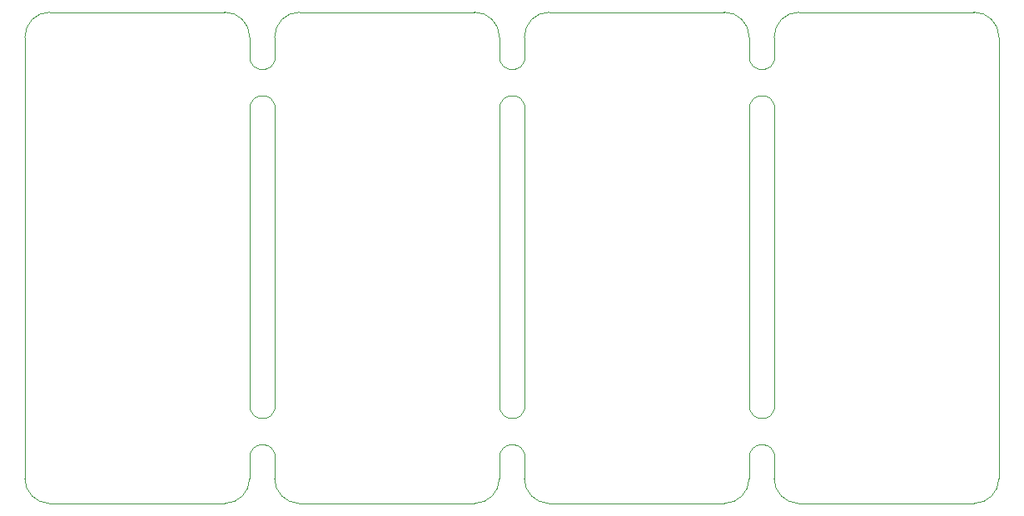
<source format=gbr>
G04 #@! TF.GenerationSoftware,KiCad,Pcbnew,(5.1.2)-1*
G04 #@! TF.CreationDate,2019-07-17T12:10:41+10:00*
G04 #@! TF.ProjectId,output.panel,6f757470-7574-42e7-9061-6e656c2e6b69,0*
G04 #@! TF.SameCoordinates,Original*
G04 #@! TF.FileFunction,Profile,NP*
%FSLAX46Y46*%
G04 Gerber Fmt 4.6, Leading zero omitted, Abs format (unit mm)*
G04 Created by KiCad (PCBNEW (5.1.2)-1) date 2019-07-17 12:10:41*
%MOMM*%
%LPD*%
G04 APERTURE LIST*
%ADD10C,0.100000*%
%ADD11C,0.050000*%
G04 APERTURE END LIST*
D10*
X198555000Y-76405000D02*
X198555000Y-121312200D01*
X99495000Y-121312200D02*
X99495000Y-76405000D01*
X173155000Y-78499997D02*
X173155000Y-76405000D01*
X175695000Y-78499997D02*
X175695000Y-76405000D01*
X175695000Y-83499960D02*
X175686674Y-83400307D01*
X173155000Y-83499960D02*
X173163326Y-83400307D01*
X175686674Y-83400307D02*
X175670080Y-83301693D01*
X173163326Y-83400307D02*
X173179920Y-83301693D01*
X175670080Y-83301693D02*
X175645333Y-83204803D01*
X173179920Y-83301693D02*
X173204667Y-83204803D01*
X175645333Y-83204803D02*
X175612605Y-83110310D01*
X173204667Y-83204803D02*
X173237395Y-83110310D01*
X175612605Y-83110310D02*
X175572123Y-83018870D01*
X173237395Y-83110310D02*
X173277877Y-83018870D01*
X175572123Y-83018870D02*
X175524168Y-82931118D01*
X173277877Y-83018870D02*
X173325832Y-82931118D01*
X175524168Y-82931118D02*
X175469073Y-82847663D01*
X173325832Y-82931118D02*
X173380927Y-82847663D01*
X175469073Y-82847663D02*
X175407221Y-82769085D01*
X173380927Y-82847663D02*
X173442779Y-82769085D01*
X175407221Y-82769085D02*
X175339041Y-82695930D01*
X173442779Y-82769085D02*
X173510959Y-82695930D01*
X175339041Y-82695930D02*
X175265007Y-82628706D01*
X173510959Y-82695930D02*
X173584993Y-82628706D01*
X175265007Y-82628706D02*
X175185633Y-82567880D01*
X173584993Y-82628706D02*
X173664367Y-82567880D01*
X175185633Y-82567880D02*
X175101470Y-82513874D01*
X173664367Y-82567880D02*
X173748530Y-82513874D01*
X175101470Y-82513874D02*
X175013103Y-82467063D01*
X173748530Y-82513874D02*
X173836897Y-82467063D01*
X175013103Y-82467063D02*
X174921145Y-82427772D01*
X173836897Y-82467063D02*
X173928855Y-82427772D01*
X174921145Y-82427772D02*
X174826235Y-82396274D01*
X173928855Y-82427772D02*
X174023765Y-82396274D01*
X174826235Y-82396274D02*
X174729032Y-82372788D01*
X174023765Y-82396274D02*
X174120968Y-82372788D01*
X174729032Y-82372788D02*
X174630211Y-82357477D01*
X174120968Y-82372788D02*
X174219789Y-82357477D01*
X174630211Y-82357477D02*
X174530458Y-82350447D01*
X174219789Y-82357477D02*
X174319542Y-82350447D01*
X174319542Y-82350447D02*
X174530458Y-82350447D01*
X175695000Y-78499997D02*
X175686674Y-78599650D01*
X173155000Y-78499997D02*
X173163326Y-78599650D01*
X175686674Y-78599650D02*
X175670080Y-78698264D01*
X173163326Y-78599650D02*
X173179920Y-78698264D01*
X175670080Y-78698264D02*
X175645333Y-78795154D01*
X173179920Y-78698264D02*
X173204667Y-78795154D01*
X175645333Y-78795154D02*
X175612605Y-78889647D01*
X173204667Y-78795154D02*
X173237395Y-78889647D01*
X175612605Y-78889647D02*
X175572123Y-78981087D01*
X173237395Y-78889647D02*
X173277877Y-78981087D01*
X175572123Y-78981087D02*
X175524168Y-79068839D01*
X173277877Y-78981087D02*
X173325832Y-79068839D01*
X175524168Y-79068839D02*
X175469073Y-79152294D01*
X173325832Y-79068839D02*
X173380927Y-79152294D01*
X175469073Y-79152294D02*
X175407221Y-79230872D01*
X173380927Y-79152294D02*
X173442779Y-79230872D01*
X175407221Y-79230872D02*
X175339041Y-79304027D01*
X173442779Y-79230872D02*
X173510959Y-79304027D01*
X175339041Y-79304027D02*
X175265007Y-79371251D01*
X173510959Y-79304027D02*
X173584993Y-79371251D01*
X175265007Y-79371251D02*
X175185633Y-79432077D01*
X173584993Y-79371251D02*
X173664367Y-79432077D01*
X175185633Y-79432077D02*
X175101470Y-79486083D01*
X173664367Y-79432077D02*
X173748530Y-79486083D01*
X175101470Y-79486083D02*
X175013103Y-79532894D01*
X173748530Y-79486083D02*
X173836897Y-79532894D01*
X175013103Y-79532894D02*
X174921145Y-79572185D01*
X173836897Y-79532894D02*
X173928855Y-79572185D01*
X174921145Y-79572185D02*
X174826235Y-79603683D01*
X173928855Y-79572185D02*
X174023765Y-79603683D01*
X174826235Y-79603683D02*
X174729032Y-79627169D01*
X174023765Y-79603683D02*
X174120968Y-79627169D01*
X174729032Y-79627169D02*
X174630211Y-79642480D01*
X174120968Y-79627169D02*
X174219789Y-79642480D01*
X174630211Y-79642480D02*
X174530458Y-79649510D01*
X174219789Y-79642480D02*
X174319542Y-79649510D01*
X174319542Y-79649510D02*
X174530458Y-79649510D01*
X147755000Y-78499997D02*
X147755000Y-76405000D01*
X150295000Y-78499997D02*
X150295000Y-76405000D01*
X150295000Y-83499960D02*
X150286674Y-83400307D01*
X147755000Y-83499960D02*
X147763326Y-83400307D01*
X150286674Y-83400307D02*
X150270080Y-83301693D01*
X147763326Y-83400307D02*
X147779920Y-83301693D01*
X150270080Y-83301693D02*
X150245333Y-83204803D01*
X147779920Y-83301693D02*
X147804667Y-83204803D01*
X150245333Y-83204803D02*
X150212605Y-83110310D01*
X147804667Y-83204803D02*
X147837395Y-83110310D01*
X150212605Y-83110310D02*
X150172123Y-83018870D01*
X147837395Y-83110310D02*
X147877877Y-83018870D01*
X150172123Y-83018870D02*
X150124168Y-82931118D01*
X147877877Y-83018870D02*
X147925832Y-82931118D01*
X150124168Y-82931118D02*
X150069073Y-82847663D01*
X147925832Y-82931118D02*
X147980927Y-82847663D01*
X150069073Y-82847663D02*
X150007221Y-82769085D01*
X147980927Y-82847663D02*
X148042779Y-82769085D01*
X150007221Y-82769085D02*
X149939041Y-82695930D01*
X148042779Y-82769085D02*
X148110959Y-82695930D01*
X149939041Y-82695930D02*
X149865007Y-82628706D01*
X148110959Y-82695930D02*
X148184993Y-82628706D01*
X149865007Y-82628706D02*
X149785633Y-82567880D01*
X148184993Y-82628706D02*
X148264367Y-82567880D01*
X149785633Y-82567880D02*
X149701470Y-82513874D01*
X148264367Y-82567880D02*
X148348530Y-82513874D01*
X149701470Y-82513874D02*
X149613103Y-82467063D01*
X148348530Y-82513874D02*
X148436897Y-82467063D01*
X149613103Y-82467063D02*
X149521145Y-82427772D01*
X148436897Y-82467063D02*
X148528855Y-82427772D01*
X149521145Y-82427772D02*
X149426235Y-82396274D01*
X148528855Y-82427772D02*
X148623765Y-82396274D01*
X149426235Y-82396274D02*
X149329032Y-82372788D01*
X148623765Y-82396274D02*
X148720968Y-82372788D01*
X149329032Y-82372788D02*
X149230211Y-82357477D01*
X148720968Y-82372788D02*
X148819789Y-82357477D01*
X149230211Y-82357477D02*
X149130458Y-82350447D01*
X148819789Y-82357477D02*
X148919542Y-82350447D01*
X148919542Y-82350447D02*
X149130458Y-82350447D01*
X150295000Y-78499997D02*
X150286674Y-78599650D01*
X147755000Y-78499997D02*
X147763326Y-78599650D01*
X150286674Y-78599650D02*
X150270080Y-78698264D01*
X147763326Y-78599650D02*
X147779920Y-78698264D01*
X150270080Y-78698264D02*
X150245333Y-78795154D01*
X147779920Y-78698264D02*
X147804667Y-78795154D01*
X150245333Y-78795154D02*
X150212605Y-78889647D01*
X147804667Y-78795154D02*
X147837395Y-78889647D01*
X150212605Y-78889647D02*
X150172123Y-78981087D01*
X147837395Y-78889647D02*
X147877877Y-78981087D01*
X150172123Y-78981087D02*
X150124168Y-79068839D01*
X147877877Y-78981087D02*
X147925832Y-79068839D01*
X150124168Y-79068839D02*
X150069073Y-79152294D01*
X147925832Y-79068839D02*
X147980927Y-79152294D01*
X150069073Y-79152294D02*
X150007221Y-79230872D01*
X147980927Y-79152294D02*
X148042779Y-79230872D01*
X150007221Y-79230872D02*
X149939041Y-79304027D01*
X148042779Y-79230872D02*
X148110959Y-79304027D01*
X149939041Y-79304027D02*
X149865007Y-79371251D01*
X148110959Y-79304027D02*
X148184993Y-79371251D01*
X149865007Y-79371251D02*
X149785633Y-79432077D01*
X148184993Y-79371251D02*
X148264367Y-79432077D01*
X149785633Y-79432077D02*
X149701470Y-79486083D01*
X148264367Y-79432077D02*
X148348530Y-79486083D01*
X149701470Y-79486083D02*
X149613103Y-79532894D01*
X148348530Y-79486083D02*
X148436897Y-79532894D01*
X149613103Y-79532894D02*
X149521145Y-79572185D01*
X148436897Y-79532894D02*
X148528855Y-79572185D01*
X149521145Y-79572185D02*
X149426235Y-79603683D01*
X148528855Y-79572185D02*
X148623765Y-79603683D01*
X149426235Y-79603683D02*
X149329032Y-79627169D01*
X148623765Y-79603683D02*
X148720968Y-79627169D01*
X149329032Y-79627169D02*
X149230211Y-79642480D01*
X148720968Y-79627169D02*
X148819789Y-79642480D01*
X149230211Y-79642480D02*
X149130458Y-79649510D01*
X148819789Y-79642480D02*
X148919542Y-79649510D01*
X148919542Y-79649510D02*
X149130458Y-79649510D01*
X173155000Y-114000000D02*
X173155000Y-83499960D01*
X173155000Y-118999998D02*
X173155000Y-121312200D01*
X175695000Y-114000000D02*
X175695000Y-83499960D01*
X175695000Y-118999998D02*
X175695000Y-121312200D01*
X175695000Y-118999998D02*
X175686674Y-118900345D01*
X173155000Y-118999998D02*
X173163326Y-118900345D01*
X175686674Y-118900345D02*
X175670080Y-118801731D01*
X173163326Y-118900345D02*
X173179920Y-118801731D01*
X175670080Y-118801731D02*
X175645333Y-118704841D01*
X173179920Y-118801731D02*
X173204667Y-118704841D01*
X175645333Y-118704841D02*
X175612605Y-118610348D01*
X173204667Y-118704841D02*
X173237395Y-118610348D01*
X175612605Y-118610348D02*
X175572123Y-118518908D01*
X173237395Y-118610348D02*
X173277877Y-118518908D01*
X175572123Y-118518908D02*
X175524168Y-118431156D01*
X173277877Y-118518908D02*
X173325832Y-118431156D01*
X175524168Y-118431156D02*
X175469073Y-118347701D01*
X173325832Y-118431156D02*
X173380927Y-118347701D01*
X175469073Y-118347701D02*
X175407221Y-118269123D01*
X173380927Y-118347701D02*
X173442779Y-118269123D01*
X175407221Y-118269123D02*
X175339041Y-118195968D01*
X173442779Y-118269123D02*
X173510959Y-118195968D01*
X175339041Y-118195968D02*
X175265007Y-118128744D01*
X173510959Y-118195968D02*
X173584993Y-118128744D01*
X175265007Y-118128744D02*
X175185633Y-118067918D01*
X173584993Y-118128744D02*
X173664367Y-118067918D01*
X175185633Y-118067918D02*
X175101470Y-118013912D01*
X173664367Y-118067918D02*
X173748530Y-118013912D01*
X175101470Y-118013912D02*
X175013103Y-117967101D01*
X173748530Y-118013912D02*
X173836897Y-117967101D01*
X175013103Y-117967101D02*
X174921145Y-117927810D01*
X173836897Y-117967101D02*
X173928855Y-117927810D01*
X174921145Y-117927810D02*
X174826235Y-117896312D01*
X173928855Y-117927810D02*
X174023765Y-117896312D01*
X174826235Y-117896312D02*
X174729032Y-117872826D01*
X174023765Y-117896312D02*
X174120968Y-117872826D01*
X174729032Y-117872826D02*
X174630211Y-117857515D01*
X174120968Y-117872826D02*
X174219789Y-117857515D01*
X174630211Y-117857515D02*
X174530458Y-117850485D01*
X174219789Y-117857515D02*
X174319542Y-117850485D01*
X174319542Y-117850485D02*
X174530458Y-117850485D01*
X175695000Y-114000000D02*
X175686674Y-114099653D01*
X173155000Y-114000000D02*
X173163326Y-114099653D01*
X175686674Y-114099653D02*
X175670080Y-114198267D01*
X173163326Y-114099653D02*
X173179920Y-114198267D01*
X175670080Y-114198267D02*
X175645333Y-114295157D01*
X173179920Y-114198267D02*
X173204667Y-114295157D01*
X175645333Y-114295157D02*
X175612605Y-114389650D01*
X173204667Y-114295157D02*
X173237395Y-114389650D01*
X175612605Y-114389650D02*
X175572123Y-114481090D01*
X173237395Y-114389650D02*
X173277877Y-114481090D01*
X175572123Y-114481090D02*
X175524168Y-114568842D01*
X173277877Y-114481090D02*
X173325832Y-114568842D01*
X175524168Y-114568842D02*
X175469073Y-114652297D01*
X173325832Y-114568842D02*
X173380927Y-114652297D01*
X175469073Y-114652297D02*
X175407221Y-114730875D01*
X173380927Y-114652297D02*
X173442779Y-114730875D01*
X175407221Y-114730875D02*
X175339041Y-114804030D01*
X173442779Y-114730875D02*
X173510959Y-114804030D01*
X175339041Y-114804030D02*
X175265007Y-114871254D01*
X173510959Y-114804030D02*
X173584993Y-114871254D01*
X175265007Y-114871254D02*
X175185633Y-114932080D01*
X173584993Y-114871254D02*
X173664367Y-114932080D01*
X175185633Y-114932080D02*
X175101470Y-114986086D01*
X173664367Y-114932080D02*
X173748530Y-114986086D01*
X175101470Y-114986086D02*
X175013103Y-115032897D01*
X173748530Y-114986086D02*
X173836897Y-115032897D01*
X175013103Y-115032897D02*
X174921145Y-115072188D01*
X173836897Y-115032897D02*
X173928855Y-115072188D01*
X174921145Y-115072188D02*
X174826235Y-115103686D01*
X173928855Y-115072188D02*
X174023765Y-115103686D01*
X174826235Y-115103686D02*
X174729032Y-115127172D01*
X174023765Y-115103686D02*
X174120968Y-115127172D01*
X174729032Y-115127172D02*
X174630211Y-115142483D01*
X174120968Y-115127172D02*
X174219789Y-115142483D01*
X174630211Y-115142483D02*
X174530458Y-115149513D01*
X174219789Y-115142483D02*
X174319542Y-115149513D01*
X174319542Y-115149513D02*
X174530458Y-115149513D01*
X147755000Y-114000000D02*
X147755000Y-83499960D01*
X147755000Y-118999998D02*
X147755000Y-121312200D01*
X150295000Y-114000000D02*
X150295000Y-83499960D01*
X150295000Y-118999998D02*
X150295000Y-121312200D01*
X150295000Y-118999998D02*
X150286674Y-118900345D01*
X147755000Y-118999998D02*
X147763326Y-118900345D01*
X150286674Y-118900345D02*
X150270080Y-118801731D01*
X147763326Y-118900345D02*
X147779920Y-118801731D01*
X150270080Y-118801731D02*
X150245333Y-118704841D01*
X147779920Y-118801731D02*
X147804667Y-118704841D01*
X150245333Y-118704841D02*
X150212605Y-118610348D01*
X147804667Y-118704841D02*
X147837395Y-118610348D01*
X150212605Y-118610348D02*
X150172123Y-118518908D01*
X147837395Y-118610348D02*
X147877877Y-118518908D01*
X150172123Y-118518908D02*
X150124168Y-118431156D01*
X147877877Y-118518908D02*
X147925832Y-118431156D01*
X150124168Y-118431156D02*
X150069073Y-118347701D01*
X147925832Y-118431156D02*
X147980927Y-118347701D01*
X150069073Y-118347701D02*
X150007221Y-118269123D01*
X147980927Y-118347701D02*
X148042779Y-118269123D01*
X150007221Y-118269123D02*
X149939041Y-118195968D01*
X148042779Y-118269123D02*
X148110959Y-118195968D01*
X149939041Y-118195968D02*
X149865007Y-118128744D01*
X148110959Y-118195968D02*
X148184993Y-118128744D01*
X149865007Y-118128744D02*
X149785633Y-118067918D01*
X148184993Y-118128744D02*
X148264367Y-118067918D01*
X149785633Y-118067918D02*
X149701470Y-118013912D01*
X148264367Y-118067918D02*
X148348530Y-118013912D01*
X149701470Y-118013912D02*
X149613103Y-117967101D01*
X148348530Y-118013912D02*
X148436897Y-117967101D01*
X149613103Y-117967101D02*
X149521145Y-117927810D01*
X148436897Y-117967101D02*
X148528855Y-117927810D01*
X149521145Y-117927810D02*
X149426235Y-117896312D01*
X148528855Y-117927810D02*
X148623765Y-117896312D01*
X149426235Y-117896312D02*
X149329032Y-117872826D01*
X148623765Y-117896312D02*
X148720968Y-117872826D01*
X149329032Y-117872826D02*
X149230211Y-117857515D01*
X148720968Y-117872826D02*
X148819789Y-117857515D01*
X149230211Y-117857515D02*
X149130458Y-117850485D01*
X148819789Y-117857515D02*
X148919542Y-117850485D01*
X148919542Y-117850485D02*
X149130458Y-117850485D01*
X150295000Y-114000000D02*
X150286674Y-114099653D01*
X147755000Y-114000000D02*
X147763326Y-114099653D01*
X150286674Y-114099653D02*
X150270080Y-114198267D01*
X147763326Y-114099653D02*
X147779920Y-114198267D01*
X150270080Y-114198267D02*
X150245333Y-114295157D01*
X147779920Y-114198267D02*
X147804667Y-114295157D01*
X150245333Y-114295157D02*
X150212605Y-114389650D01*
X147804667Y-114295157D02*
X147837395Y-114389650D01*
X150212605Y-114389650D02*
X150172123Y-114481090D01*
X147837395Y-114389650D02*
X147877877Y-114481090D01*
X150172123Y-114481090D02*
X150124168Y-114568842D01*
X147877877Y-114481090D02*
X147925832Y-114568842D01*
X150124168Y-114568842D02*
X150069073Y-114652297D01*
X147925832Y-114568842D02*
X147980927Y-114652297D01*
X150069073Y-114652297D02*
X150007221Y-114730875D01*
X147980927Y-114652297D02*
X148042779Y-114730875D01*
X150007221Y-114730875D02*
X149939041Y-114804030D01*
X148042779Y-114730875D02*
X148110959Y-114804030D01*
X149939041Y-114804030D02*
X149865007Y-114871254D01*
X148110959Y-114804030D02*
X148184993Y-114871254D01*
X149865007Y-114871254D02*
X149785633Y-114932080D01*
X148184993Y-114871254D02*
X148264367Y-114932080D01*
X149785633Y-114932080D02*
X149701470Y-114986086D01*
X148264367Y-114932080D02*
X148348530Y-114986086D01*
X149701470Y-114986086D02*
X149613103Y-115032897D01*
X148348530Y-114986086D02*
X148436897Y-115032897D01*
X149613103Y-115032897D02*
X149521145Y-115072188D01*
X148436897Y-115032897D02*
X148528855Y-115072188D01*
X149521145Y-115072188D02*
X149426235Y-115103686D01*
X148528855Y-115072188D02*
X148623765Y-115103686D01*
X149426235Y-115103686D02*
X149329032Y-115127172D01*
X148623765Y-115103686D02*
X148720968Y-115127172D01*
X149329032Y-115127172D02*
X149230211Y-115142483D01*
X148720968Y-115127172D02*
X148819789Y-115142483D01*
X149230211Y-115142483D02*
X149130458Y-115149513D01*
X148819789Y-115142483D02*
X148919542Y-115149513D01*
X148919542Y-115149513D02*
X149130458Y-115149513D01*
X122355000Y-118999998D02*
X122355000Y-121312200D01*
X124895000Y-118999998D02*
X124895000Y-121312200D01*
X124895000Y-118999998D02*
X124886674Y-118900345D01*
X122355000Y-118999998D02*
X122363326Y-118900345D01*
X124886674Y-118900345D02*
X124870080Y-118801731D01*
X122363326Y-118900345D02*
X122379920Y-118801731D01*
X124870080Y-118801731D02*
X124845333Y-118704841D01*
X122379920Y-118801731D02*
X122404667Y-118704841D01*
X124845333Y-118704841D02*
X124812605Y-118610348D01*
X122404667Y-118704841D02*
X122437395Y-118610348D01*
X124812605Y-118610348D02*
X124772123Y-118518908D01*
X122437395Y-118610348D02*
X122477877Y-118518908D01*
X124772123Y-118518908D02*
X124724168Y-118431156D01*
X122477877Y-118518908D02*
X122525832Y-118431156D01*
X124724168Y-118431156D02*
X124669073Y-118347701D01*
X122525832Y-118431156D02*
X122580927Y-118347701D01*
X124669073Y-118347701D02*
X124607221Y-118269123D01*
X122580927Y-118347701D02*
X122642779Y-118269123D01*
X124607221Y-118269123D02*
X124539041Y-118195968D01*
X122642779Y-118269123D02*
X122710959Y-118195968D01*
X124539041Y-118195968D02*
X124465007Y-118128744D01*
X122710959Y-118195968D02*
X122784993Y-118128744D01*
X124465007Y-118128744D02*
X124385633Y-118067918D01*
X122784993Y-118128744D02*
X122864367Y-118067918D01*
X124385633Y-118067918D02*
X124301470Y-118013912D01*
X122864367Y-118067918D02*
X122948530Y-118013912D01*
X124301470Y-118013912D02*
X124213103Y-117967101D01*
X122948530Y-118013912D02*
X123036897Y-117967101D01*
X124213103Y-117967101D02*
X124121145Y-117927810D01*
X123036897Y-117967101D02*
X123128855Y-117927810D01*
X124121145Y-117927810D02*
X124026235Y-117896312D01*
X123128855Y-117927810D02*
X123223765Y-117896312D01*
X124026235Y-117896312D02*
X123929032Y-117872826D01*
X123223765Y-117896312D02*
X123320968Y-117872826D01*
X123929032Y-117872826D02*
X123830211Y-117857515D01*
X123320968Y-117872826D02*
X123419789Y-117857515D01*
X123830211Y-117857515D02*
X123730458Y-117850485D01*
X123419789Y-117857515D02*
X123519542Y-117850485D01*
X123519542Y-117850485D02*
X123730458Y-117850485D01*
X124895000Y-113999977D02*
X124886674Y-114099630D01*
X122355000Y-113999977D02*
X122363326Y-114099630D01*
X124886674Y-114099630D02*
X124870080Y-114198244D01*
X122363326Y-114099630D02*
X122379920Y-114198244D01*
X124870080Y-114198244D02*
X124845333Y-114295134D01*
X122379920Y-114198244D02*
X122404667Y-114295134D01*
X124845333Y-114295134D02*
X124812605Y-114389627D01*
X122404667Y-114295134D02*
X122437395Y-114389627D01*
X124812605Y-114389627D02*
X124772123Y-114481067D01*
X122437395Y-114389627D02*
X122477877Y-114481067D01*
X124772123Y-114481067D02*
X124724168Y-114568819D01*
X122477877Y-114481067D02*
X122525832Y-114568819D01*
X124724168Y-114568819D02*
X124669073Y-114652274D01*
X122525832Y-114568819D02*
X122580927Y-114652274D01*
X124669073Y-114652274D02*
X124607221Y-114730852D01*
X122580927Y-114652274D02*
X122642779Y-114730852D01*
X124607221Y-114730852D02*
X124539041Y-114804007D01*
X122642779Y-114730852D02*
X122710959Y-114804007D01*
X124539041Y-114804007D02*
X124465007Y-114871231D01*
X122710959Y-114804007D02*
X122784993Y-114871231D01*
X124465007Y-114871231D02*
X124385633Y-114932057D01*
X122784993Y-114871231D02*
X122864367Y-114932057D01*
X124385633Y-114932057D02*
X124301470Y-114986063D01*
X122864367Y-114932057D02*
X122948530Y-114986063D01*
X124301470Y-114986063D02*
X124213103Y-115032874D01*
X122948530Y-114986063D02*
X123036897Y-115032874D01*
X124213103Y-115032874D02*
X124121145Y-115072165D01*
X123036897Y-115032874D02*
X123128855Y-115072165D01*
X124121145Y-115072165D02*
X124026235Y-115103663D01*
X123128855Y-115072165D02*
X123223765Y-115103663D01*
X124026235Y-115103663D02*
X123929032Y-115127149D01*
X123223765Y-115103663D02*
X123320968Y-115127149D01*
X123929032Y-115127149D02*
X123830211Y-115142460D01*
X123320968Y-115127149D02*
X123419789Y-115142460D01*
X123830211Y-115142460D02*
X123730458Y-115149490D01*
X123419789Y-115142460D02*
X123519542Y-115149490D01*
X123519542Y-115149490D02*
X123730458Y-115149490D01*
X122355000Y-83499995D02*
X122355000Y-113999977D01*
X122355000Y-78499997D02*
X122355000Y-76405000D01*
X124895000Y-83499995D02*
X124895000Y-113999977D01*
X124895000Y-78499997D02*
X124895000Y-76405000D01*
X124895000Y-83499995D02*
X124886674Y-83400342D01*
X122355000Y-83499995D02*
X122363326Y-83400342D01*
X124886674Y-83400342D02*
X124870080Y-83301728D01*
X122363326Y-83400342D02*
X122379920Y-83301728D01*
X124870080Y-83301728D02*
X124845333Y-83204838D01*
X122379920Y-83301728D02*
X122404667Y-83204838D01*
X124845333Y-83204838D02*
X124812605Y-83110345D01*
X122404667Y-83204838D02*
X122437395Y-83110345D01*
X124812605Y-83110345D02*
X124772123Y-83018905D01*
X122437395Y-83110345D02*
X122477877Y-83018905D01*
X124772123Y-83018905D02*
X124724168Y-82931153D01*
X122477877Y-83018905D02*
X122525832Y-82931153D01*
X124724168Y-82931153D02*
X124669073Y-82847698D01*
X122525832Y-82931153D02*
X122580927Y-82847698D01*
X124669073Y-82847698D02*
X124607221Y-82769120D01*
X122580927Y-82847698D02*
X122642779Y-82769120D01*
X124607221Y-82769120D02*
X124539041Y-82695965D01*
X122642779Y-82769120D02*
X122710959Y-82695965D01*
X124539041Y-82695965D02*
X124465007Y-82628741D01*
X122710959Y-82695965D02*
X122784993Y-82628741D01*
X124465007Y-82628741D02*
X124385633Y-82567915D01*
X122784993Y-82628741D02*
X122864367Y-82567915D01*
X124385633Y-82567915D02*
X124301470Y-82513909D01*
X122864367Y-82567915D02*
X122948530Y-82513909D01*
X124301470Y-82513909D02*
X124213103Y-82467098D01*
X122948530Y-82513909D02*
X123036897Y-82467098D01*
X124213103Y-82467098D02*
X124121145Y-82427807D01*
X123036897Y-82467098D02*
X123128855Y-82427807D01*
X124121145Y-82427807D02*
X124026235Y-82396309D01*
X123128855Y-82427807D02*
X123223765Y-82396309D01*
X124026235Y-82396309D02*
X123929032Y-82372823D01*
X123223765Y-82396309D02*
X123320968Y-82372823D01*
X123929032Y-82372823D02*
X123830211Y-82357512D01*
X123320968Y-82372823D02*
X123419789Y-82357512D01*
X123830211Y-82357512D02*
X123730458Y-82350482D01*
X123419789Y-82357512D02*
X123519542Y-82350482D01*
X123519542Y-82350482D02*
X123730458Y-82350482D01*
X124895000Y-78499997D02*
X124886674Y-78599650D01*
X122355000Y-78499997D02*
X122363326Y-78599650D01*
X124886674Y-78599650D02*
X124870080Y-78698264D01*
X122363326Y-78599650D02*
X122379920Y-78698264D01*
X124870080Y-78698264D02*
X124845333Y-78795154D01*
X122379920Y-78698264D02*
X122404667Y-78795154D01*
X124845333Y-78795154D02*
X124812605Y-78889647D01*
X122404667Y-78795154D02*
X122437395Y-78889647D01*
X124812605Y-78889647D02*
X124772123Y-78981087D01*
X122437395Y-78889647D02*
X122477877Y-78981087D01*
X124772123Y-78981087D02*
X124724168Y-79068839D01*
X122477877Y-78981087D02*
X122525832Y-79068839D01*
X124724168Y-79068839D02*
X124669073Y-79152294D01*
X122525832Y-79068839D02*
X122580927Y-79152294D01*
X124669073Y-79152294D02*
X124607221Y-79230872D01*
X122580927Y-79152294D02*
X122642779Y-79230872D01*
X124607221Y-79230872D02*
X124539041Y-79304027D01*
X122642779Y-79230872D02*
X122710959Y-79304027D01*
X124539041Y-79304027D02*
X124465007Y-79371251D01*
X122710959Y-79304027D02*
X122784993Y-79371251D01*
X124465007Y-79371251D02*
X124385633Y-79432077D01*
X122784993Y-79371251D02*
X122864367Y-79432077D01*
X124385633Y-79432077D02*
X124301470Y-79486083D01*
X122864367Y-79432077D02*
X122948530Y-79486083D01*
X124301470Y-79486083D02*
X124213103Y-79532894D01*
X122948530Y-79486083D02*
X123036897Y-79532894D01*
X124213103Y-79532894D02*
X124121145Y-79572185D01*
X123036897Y-79532894D02*
X123128855Y-79572185D01*
X124121145Y-79572185D02*
X124026235Y-79603683D01*
X123128855Y-79572185D02*
X123223765Y-79603683D01*
X124026235Y-79603683D02*
X123929032Y-79627169D01*
X123223765Y-79603683D02*
X123320968Y-79627169D01*
X123929032Y-79627169D02*
X123830211Y-79642480D01*
X123320968Y-79627169D02*
X123419789Y-79642480D01*
X123830211Y-79642480D02*
X123730458Y-79649510D01*
X123419789Y-79642480D02*
X123519542Y-79649510D01*
X123519542Y-79649510D02*
X123730458Y-79649510D01*
D11*
X178186238Y-123851732D02*
X196015000Y-123852200D01*
X196015000Y-73865000D02*
X178235000Y-73865000D01*
X196015000Y-123852200D02*
G75*
G03X198555000Y-121312200I0J2540000D01*
G01*
X178186238Y-123851732D02*
G75*
G02X175695000Y-121312200I48762J2539532D01*
G01*
X178235000Y-73865000D02*
G75*
G03X175695000Y-76405000I0J-2540000D01*
G01*
X198555000Y-76405000D02*
G75*
G03X196015000Y-73865000I-2540000J0D01*
G01*
X152786238Y-123851732D02*
X170615000Y-123852200D01*
X170615000Y-73865000D02*
X152835000Y-73865000D01*
X170615000Y-123852200D02*
G75*
G03X173155000Y-121312200I0J2540000D01*
G01*
X152786238Y-123851732D02*
G75*
G02X150295000Y-121312200I48762J2539532D01*
G01*
X152835000Y-73865000D02*
G75*
G03X150295000Y-76405000I0J-2540000D01*
G01*
X173155000Y-76405000D02*
G75*
G03X170615000Y-73865000I-2540000J0D01*
G01*
X127386238Y-123851732D02*
X145215000Y-123852200D01*
X145215000Y-73865000D02*
X127435000Y-73865000D01*
X145215000Y-123852200D02*
G75*
G03X147755000Y-121312200I0J2540000D01*
G01*
X127386238Y-123851732D02*
G75*
G02X124895000Y-121312200I48762J2539532D01*
G01*
X127435000Y-73865000D02*
G75*
G03X124895000Y-76405000I0J-2540000D01*
G01*
X147755000Y-76405000D02*
G75*
G03X145215000Y-73865000I-2540000J0D01*
G01*
X122355000Y-76405000D02*
G75*
G03X119815000Y-73865000I-2540000J0D01*
G01*
X102035000Y-73865000D02*
G75*
G03X99495000Y-76405000I0J-2540000D01*
G01*
X101986238Y-123851732D02*
G75*
G02X99495000Y-121312200I48762J2539532D01*
G01*
X119815000Y-123852200D02*
G75*
G03X122355000Y-121312200I0J2540000D01*
G01*
X119815000Y-73865000D02*
X102035000Y-73865000D01*
X101986238Y-123851732D02*
X119815000Y-123852200D01*
M02*

</source>
